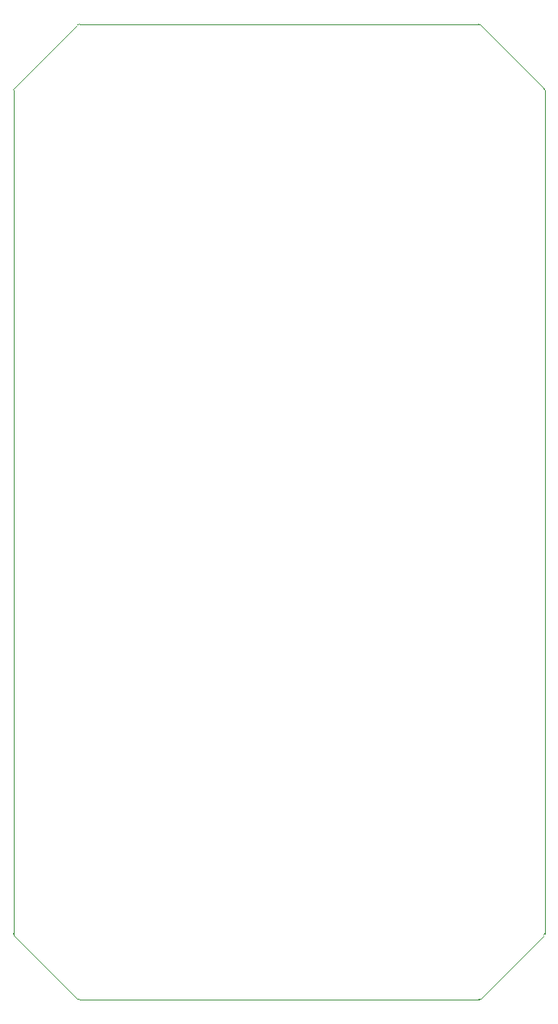
<source format=gbr>
G04*
G04 #@! TF.GenerationSoftware,Altium Limited,Altium Designer,22.4.2 (48)*
G04*
G04 Layer_Color=0*
%FSLAX25Y25*%
%MOIN*%
G70*
G04*
G04 #@! TF.SameCoordinates,2D1903EE-2603-4782-A524-194C17E073E1*
G04*
G04*
G04 #@! TF.FilePolarity,Positive*
G04*
G01*
G75*
%ADD85C,0.00100*%
D85*
X119292Y101292D02*
X93292Y127292D01*
D02*
G02*
X92998Y128000I708J708D01*
G01*
Y474000D01*
D02*
G02*
X93292Y474708I1001J-0D01*
G01*
X119292Y500708D01*
D02*
G02*
X120000Y501002I708J-708D01*
G01*
X284000D01*
D02*
G02*
X284708Y500708I-0J-1001D01*
G01*
X310708Y474708D01*
D02*
G02*
X311001Y474000I-708J-708D01*
G01*
Y128000D01*
D02*
G02*
X310708Y127292I-1001J-0D01*
G01*
X284708Y101292D01*
D02*
G02*
X284000Y100998I-708J708D01*
G01*
X120000D01*
D02*
G02*
X119292Y101292I-0J1001D01*
G01*
M02*

</source>
